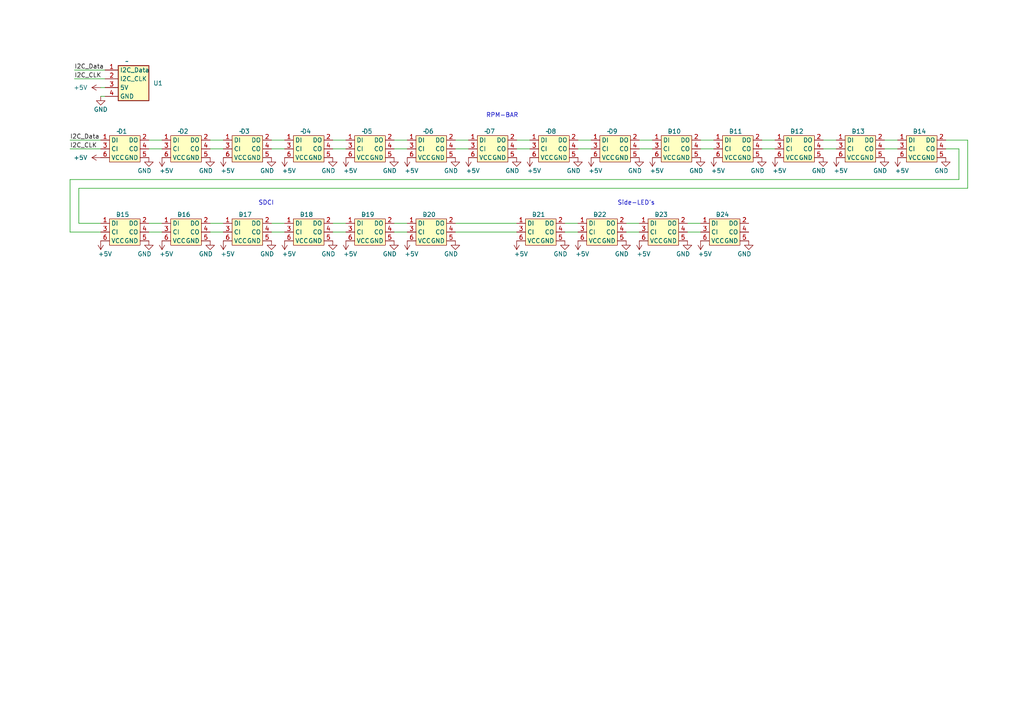
<source format=kicad_sch>
(kicad_sch (version 20230121) (generator eeschema)
  (paper "A4")
  (lib_symbols
    (symbol "Lukas:BB-2020BGR-TRB"
      (property "Reference" "D" (at 0 0 0))
      (symbol "BB-2020BGR-TRB_1_1"
        (rectangle (start -3.81 -1.27) (end 5.08 -8.89) (fill (type background)))
        (pin input line (at -6.35 -2.54 0) (length 2.54) (name "DI") (number "1"))
        (pin input line (at 7.62 -2.54 180) (length 2.54) (name "DO") (number "2"))
        (pin input line (at -6.35 -5.08 0) (length 2.54) (name "CI") (number "3"))
        (pin input line (at 7.62 -5.08 180) (length 2.54) (name "CO") (number "4"))
        (pin input line (at 7.62 -7.62 180) (length 2.54) (name "GND") (number "5"))
        (pin input line (at -6.35 -7.62 0) (length 2.54) (name "VCC") (number "6"))
      )
    )
    (symbol "Lukas:LED_Ring"
      (property "Reference" "U" (at 0 0 0))
      (symbol "LED_Ring_1_1"
        (rectangle (start -2.54 -1.27) (end 6.35 -11.43) (stroke (width 0.254)) (fill (type background)))
        (pin passive line (at -6.35 -2.54 0) (length 3.81) (name "I2C_Data") (number "1"))
        (pin passive line (at -6.35 -5.08 0) (length 3.81) (name "I2C_CLK") (number "2"))
        (pin passive line (at -6.35 -7.62 0) (length 3.81) (name "5V") (number "3"))
        (pin passive line (at -6.35 -10.16 0) (length 3.81) (name "GND") (number "4"))
      )
    )
    (symbol "power:+5V" (power) (pin_names (offset 0))
      (property "Value" "+5V" (at 0 3.556 0))
      (symbol "+5V_0_1"
        (polyline (pts (xy -0.762 1.27) (xy 0 2.54)))
        (polyline (pts (xy 0 0) (xy 0 2.54)))
        (polyline (pts (xy 0 2.54) (xy 0.762 1.27)))
      )
      (symbol "+5V_1_1"
        (pin power_in line (at 0 0 90) (length 0) hide (name "+5V") (number "1"))
      )
    )
    (symbol "power:GND" (power) (pin_names (offset 0))
      (property "Value" "GND" (at 0 -3.81 0))
      (symbol "GND_0_1"
        (polyline (pts (xy 0 0) (xy 0 -1.27) (xy 1.27 -1.27) (xy 0 -2.54) (xy -1.27 -1.27) (xy 0 -1.27)))
      )
      (symbol "GND_1_1"
        (pin power_in line (at 0 0 270) (length 0) hide (name "GND") (number "1"))
      )
    )
  )
  (wire (pts (xy 20.32 67.31) (xy 29.21 67.31)))
  (wire (pts (xy 114.3 67.31) (xy 118.11 67.31)))
  (wire (pts (xy 22.86 64.77) (xy 29.21 64.77)))
  (wire (pts (xy 60.96 64.77) (xy 64.77 64.77)))
  (wire (pts (xy 78.74 64.77) (xy 82.55 64.77)))
  (wire (pts (xy 60.96 40.64) (xy 64.77 40.64)))
  (wire (pts (xy 220.98 43.18) (xy 224.79 43.18)))
  (wire (pts (xy 43.18 64.77) (xy 46.99 64.77)))
  (wire (pts (xy 96.52 64.77) (xy 100.33 64.77)))
  (wire (pts (xy 60.96 67.31) (xy 64.77 67.31)))
  (wire (pts (xy 43.18 67.31) (xy 46.99 67.31)))
  (wire (pts (xy 78.74 67.31) (xy 82.55 67.31)))
  (wire (pts (xy 43.18 40.64) (xy 46.99 40.64)))
  (wire (pts (xy 29.21 25.4) (xy 30.48 25.4)))
  (wire (pts (xy 96.52 43.18) (xy 100.33 43.18)))
  (wire (pts (xy 163.83 67.31) (xy 167.64 67.31)))
  (wire (pts (xy 181.61 64.77) (xy 185.42 64.77)))
  (wire (pts (xy 149.86 40.64) (xy 153.67 40.64)))
  (wire (pts (xy 256.54 43.18) (xy 260.35 43.18)))
  (wire (pts (xy 278.13 43.18) (xy 278.13 52.07)))
  (wire (pts (xy 78.74 40.64) (xy 82.55 40.64)))
  (wire (pts (xy 114.3 40.64) (xy 118.11 40.64)))
  (wire (pts (xy 43.18 43.18) (xy 46.99 43.18)))
  (wire (pts (xy 149.86 43.18) (xy 153.67 43.18)))
  (wire (pts (xy 280.67 40.64) (xy 274.32 40.64)))
  (wire (pts (xy 29.21 27.94) (xy 30.48 27.94)))
  (wire (pts (xy 132.08 67.31) (xy 149.86 67.31)))
  (wire (pts (xy 20.32 52.07) (xy 20.32 67.31)))
  (wire (pts (xy 132.08 43.18) (xy 135.89 43.18)))
  (wire (pts (xy 20.32 40.64) (xy 29.21 40.64)))
  (wire (pts (xy 132.08 40.64) (xy 135.89 40.64)))
  (wire (pts (xy 167.64 40.64) (xy 171.45 40.64)))
  (wire (pts (xy 114.3 64.77) (xy 118.11 64.77)))
  (wire (pts (xy 167.64 43.18) (xy 171.45 43.18)))
  (wire (pts (xy 203.2 43.18) (xy 207.01 43.18)))
  (wire (pts (xy 278.13 52.07) (xy 20.32 52.07)))
  (wire (pts (xy 185.42 40.64) (xy 189.23 40.64)))
  (wire (pts (xy 220.98 40.64) (xy 224.79 40.64)))
  (wire (pts (xy 185.42 43.18) (xy 189.23 43.18)))
  (wire (pts (xy 274.32 43.18) (xy 278.13 43.18)))
  (wire (pts (xy 78.74 43.18) (xy 82.55 43.18)))
  (wire (pts (xy 199.39 67.31) (xy 203.2 67.31)))
  (wire (pts (xy 21.59 20.32) (xy 30.48 20.32)))
  (wire (pts (xy 21.59 22.86) (xy 30.48 22.86)))
  (wire (pts (xy 163.83 64.77) (xy 167.64 64.77)))
  (wire (pts (xy 132.08 64.77) (xy 149.86 64.77)))
  (wire (pts (xy 238.76 40.64) (xy 242.57 40.64)))
  (wire (pts (xy 96.52 40.64) (xy 100.33 40.64)))
  (wire (pts (xy 96.52 67.31) (xy 100.33 67.31)))
  (wire (pts (xy 280.67 54.61) (xy 280.67 40.64)))
  (wire (pts (xy 22.86 64.77) (xy 22.86 54.61)))
  (wire (pts (xy 256.54 40.64) (xy 260.35 40.64)))
  (wire (pts (xy 114.3 43.18) (xy 118.11 43.18)))
  (wire (pts (xy 60.96 43.18) (xy 64.77 43.18)))
  (wire (pts (xy 199.39 64.77) (xy 203.2 64.77)))
  (wire (pts (xy 20.32 43.18) (xy 29.21 43.18)))
  (wire (pts (xy 238.76 43.18) (xy 242.57 43.18)))
  (wire (pts (xy 203.2 40.64) (xy 207.01 40.64)))
  (wire (pts (xy 22.86 54.61) (xy 280.67 54.61)))
  (wire (pts (xy 181.61 67.31) (xy 185.42 67.31)))
  (text "Side-LED's" (at 179.07 59.69 0) (effects (font (size 1.27 1.27)) (justify left bottom)))
  (text "SDCI" (at 74.93 59.69 0) (effects (font (size 1.27 1.27)) (justify left bottom)))
  (text "RPM-BAR" (at 140.97 34.29 0) (effects (font (size 1.27 1.27)) (justify left bottom)))
  (label "I2C_Data" (at 20.32 40.64 0))
  (label "I2C_CLK" (at 20.32 43.18 0))
  (label "I2C_CLK" (at 21.59 22.86 0))
  (label "I2C_Data" (at 21.59 20.32 0))
  (symbol (lib_id "power:GND") (at 163.83 69.85 0) (unit 1)
    (property "Reference" "#PWR044" (effects hide))
    (property "Value" "GND" (at 162.56 73.66 0))
  )
  (symbol (lib_id "power:+5V") (at 171.45 45.72 180) (unit 1)
    (property "Reference" "#PWR019" (effects hide))
    (property "Value" "+5V" (at 172.72 49.53 0))
  )
  (symbol (lib_id "power:+5V") (at 207.01 45.72 180) (unit 1)
    (property "Reference" "#PWR023" (effects hide))
    (property "Value" "+5V" (at 208.28 49.53 0))
  )
  (symbol (lib_id "Lukas:BB-2020BGR-TRB") (at 177.8 38.1 0) (unit 1)
    (property "Reference" "D9" (at 177.8 38.1 0))
    (property "Value" "~" (at 176.53 38.1 0))
    (property "Footprint" "Lukas:BB-2020BGR-TRB" (effects hide))
  )
  (symbol (lib_id "Lukas:BB-2020BGR-TRB") (at 213.36 38.1 0) (unit 1)
    (property "Reference" "D11" (at 213.36 38.1 0))
    (property "Value" "~" (at 212.09 38.1 0))
    (property "Footprint" "Lukas:BB-2020BGR-TRB" (effects hide))
  )
  (symbol (lib_id "power:GND") (at 167.64 45.72 0) (unit 1)
    (property "Reference" "#PWR018" (effects hide))
    (property "Value" "GND" (at 166.37 49.53 0))
  )
  (symbol (lib_id "power:+5V") (at 242.57 45.72 180) (unit 1)
    (property "Reference" "#PWR027" (effects hide))
    (property "Value" "+5V" (at 243.84 49.53 0))
  )
  (symbol (lib_id "power:GND") (at 199.39 69.85 0) (unit 1)
    (property "Reference" "#PWR048" (effects hide))
    (property "Value" "GND" (at 198.12 73.66 0))
  )
  (symbol (lib_id "power:GND") (at 114.3 45.72 0) (unit 1)
    (property "Reference" "#PWR012" (effects hide))
    (property "Value" "GND" (at 113.03 49.53 0))
  )
  (symbol (lib_id "Lukas:BB-2020BGR-TRB") (at 173.99 62.23 0) (unit 1)
    (property "Reference" "D22" (at 173.99 62.23 0))
    (property "Value" "~" (at 172.72 62.23 0))
    (property "Footprint" "Lukas:BB-2020BGR-TRB" (effects hide))
  )
  (symbol (lib_id "power:GND") (at 43.18 45.72 0) (unit 1)
    (property "Reference" "#PWR03" (effects hide))
    (property "Value" "GND" (at 41.91 49.53 0))
  )
  (symbol (lib_id "Lukas:BB-2020BGR-TRB") (at 106.68 38.1 0) (unit 1)
    (property "Reference" "D5" (at 106.68 38.1 0))
    (property "Value" "~" (at 105.41 38.1 0))
    (property "Footprint" "Lukas:BB-2020BGR-TRB" (effects hide))
  )
  (symbol (lib_id "power:GND") (at 149.86 45.72 0) (unit 1)
    (property "Reference" "#PWR016" (effects hide))
    (property "Value" "GND" (at 148.59 49.53 0))
  )
  (symbol (lib_id "Lukas:LED_Ring") (at 36.83 17.78 0) (unit 1)
    (property "Reference" "U1" (at 44.45 24.13 0) (effects (justify left)))
    (property "Value" "~" (at 36.83 17.78 0))
    (property "Footprint" "Lukas:LED_Ring" (effects hide))
  )
  (symbol (lib_id "power:GND") (at 43.18 69.85 0) (unit 1)
    (property "Reference" "#PWR030" (effects hide))
    (property "Value" "GND" (at 41.91 73.66 0))
  )
  (symbol (lib_id "power:+5V") (at 153.67 45.72 180) (unit 1)
    (property "Reference" "#PWR017" (effects hide))
    (property "Value" "+5V" (at 154.94 49.53 0))
  )
  (symbol (lib_id "power:GND") (at 203.2 45.72 0) (unit 1)
    (property "Reference" "#PWR022" (effects hide))
    (property "Value" "GND" (at 201.93 49.53 0))
  )
  (symbol (lib_id "power:+5V") (at 100.33 45.72 180) (unit 1)
    (property "Reference" "#PWR011" (effects hide))
    (property "Value" "+5V" (at 101.6 49.53 0))
  )
  (symbol (lib_id "power:+5V") (at 224.79 45.72 180) (unit 1)
    (property "Reference" "#PWR025" (effects hide))
    (property "Value" "+5V" (at 226.06 49.53 0))
  )
  (symbol (lib_id "power:+5V") (at 82.55 45.72 180) (unit 1)
    (property "Reference" "#PWR09" (effects hide))
    (property "Value" "+5V" (at 83.82 49.53 0))
  )
  (symbol (lib_id "power:GND") (at 60.96 69.85 0) (unit 1)
    (property "Reference" "#PWR034" (effects hide))
    (property "Value" "GND" (at 59.69 73.66 0))
  )
  (symbol (lib_id "Lukas:BB-2020BGR-TRB") (at 53.34 38.1 0) (unit 1)
    (property "Reference" "D2" (at 53.34 38.1 0))
    (property "Value" "~" (at 52.07 38.1 0))
    (property "Footprint" "Lukas:BB-2020BGR-TRB" (effects hide))
  )
  (symbol (lib_id "Lukas:BB-2020BGR-TRB") (at 266.7 38.1 0) (unit 1)
    (property "Reference" "D14" (at 266.7 38.1 0))
    (property "Value" "~" (at 265.43 38.1 0))
    (property "Footprint" "Lukas:BB-2020BGR-TRB" (effects hide))
  )
  (symbol (lib_id "power:+5V") (at 149.86 69.85 180) (unit 1)
    (property "Reference" "#PWR043" (effects hide))
    (property "Value" "+5V" (at 151.13 73.66 0))
  )
  (symbol (lib_id "Lukas:BB-2020BGR-TRB") (at 195.58 38.1 0) (unit 1)
    (property "Reference" "D10" (at 195.58 38.1 0))
    (property "Value" "~" (at 194.31 38.1 0))
    (property "Footprint" "Lukas:BB-2020BGR-TRB" (effects hide))
  )
  (symbol (lib_id "power:+5V") (at 29.21 45.72 90) (unit 1)
    (property "Reference" "#PWR04" (effects hide))
    (property "Value" "+5V" (at 25.4 45.72 90) (effects (justify left)))
  )
  (symbol (lib_id "power:GND") (at 185.42 45.72 0) (unit 1)
    (property "Reference" "#PWR020" (effects hide))
    (property "Value" "GND" (at 184.15 49.53 0))
  )
  (symbol (lib_id "Lukas:BB-2020BGR-TRB") (at 248.92 38.1 0) (unit 1)
    (property "Reference" "D13" (at 248.92 38.1 0))
    (property "Value" "~" (at 247.65 38.1 0))
    (property "Footprint" "Lukas:BB-2020BGR-TRB" (effects hide))
  )
  (symbol (lib_id "power:+5V") (at 118.11 69.85 180) (unit 1)
    (property "Reference" "#PWR041" (effects hide))
    (property "Value" "+5V" (at 119.38 73.66 0))
  )
  (symbol (lib_id "power:GND") (at 96.52 45.72 0) (unit 1)
    (property "Reference" "#PWR010" (effects hide))
    (property "Value" "GND" (at 95.25 49.53 0))
  )
  (symbol (lib_id "power:GND") (at 132.08 69.85 0) (unit 1)
    (property "Reference" "#PWR042" (effects hide))
    (property "Value" "GND" (at 130.81 73.66 0))
  )
  (symbol (lib_id "power:GND") (at 96.52 69.85 0) (unit 1)
    (property "Reference" "#PWR038" (effects hide))
    (property "Value" "GND" (at 95.25 73.66 0))
  )
  (symbol (lib_id "Lukas:BB-2020BGR-TRB") (at 231.14 38.1 0) (unit 1)
    (property "Reference" "D12" (at 231.14 38.1 0))
    (property "Value" "~" (at 229.87 38.1 0))
    (property "Footprint" "Lukas:BB-2020BGR-TRB" (effects hide))
  )
  (symbol (lib_id "power:GND") (at 114.3 69.85 0) (unit 1)
    (property "Reference" "#PWR040" (effects hide))
    (property "Value" "GND" (at 113.03 73.66 0))
  )
  (symbol (lib_id "power:+5V") (at 29.21 69.85 180) (unit 1)
    (property "Reference" "#PWR031" (effects hide))
    (property "Value" "+5V" (at 30.48 73.66 0))
  )
  (symbol (lib_id "Lukas:BB-2020BGR-TRB") (at 35.56 38.1 0) (unit 1)
    (property "Reference" "D1" (at 35.56 38.1 0))
    (property "Value" "~" (at 34.29 38.1 0))
    (property "Footprint" "Lukas:BB-2020BGR-TRB" (effects hide))
  )
  (symbol (lib_id "Lukas:BB-2020BGR-TRB") (at 71.12 62.23 0) (unit 1)
    (property "Reference" "D17" (at 71.12 62.23 0))
    (property "Value" "~" (at 69.85 62.23 0))
    (property "Footprint" "Lukas:BB-2020BGR-TRB" (effects hide))
  )
  (symbol (lib_id "power:GND") (at 132.08 45.72 0) (unit 1)
    (property "Reference" "#PWR014" (effects hide))
    (property "Value" "GND" (at 130.81 49.53 0))
  )
  (symbol (lib_id "Lukas:BB-2020BGR-TRB") (at 53.34 62.23 0) (unit 1)
    (property "Reference" "D16" (at 53.34 62.23 0))
    (property "Value" "~" (at 52.07 62.23 0))
    (property "Footprint" "Lukas:BB-2020BGR-TRB" (effects hide))
  )
  (symbol (lib_id "power:+5V") (at 185.42 69.85 180) (unit 1)
    (property "Reference" "#PWR047" (effects hide))
    (property "Value" "+5V" (at 186.69 73.66 0))
  )
  (symbol (lib_id "power:+5V") (at 29.21 25.4 90) (unit 1)
    (property "Reference" "#PWR01" (effects hide))
    (property "Value" "+5V" (at 25.4 25.4 90) (effects (justify left)))
  )
  (symbol (lib_id "power:GND") (at 181.61 69.85 0) (unit 1)
    (property "Reference" "#PWR046" (effects hide))
    (property "Value" "GND" (at 180.34 73.66 0))
  )
  (symbol (lib_id "power:+5V") (at 82.55 69.85 180) (unit 1)
    (property "Reference" "#PWR037" (effects hide))
    (property "Value" "+5V" (at 83.82 73.66 0))
  )
  (symbol (lib_id "power:+5V") (at 118.11 45.72 180) (unit 1)
    (property "Reference" "#PWR013" (effects hide))
    (property "Value" "+5V" (at 119.38 49.53 0))
  )
  (symbol (lib_id "power:GND") (at 274.32 45.72 0) (unit 1)
    (property "Reference" "#PWR032" (effects hide))
    (property "Value" "GND" (at 273.05 49.53 0))
  )
  (symbol (lib_id "power:+5V") (at 135.89 45.72 180) (unit 1)
    (property "Reference" "#PWR015" (effects hide))
    (property "Value" "+5V" (at 137.16 49.53 0))
  )
  (symbol (lib_id "Lukas:BB-2020BGR-TRB") (at 71.12 38.1 0) (unit 1)
    (property "Reference" "D3" (at 71.12 38.1 0))
    (property "Value" "~" (at 69.85 38.1 0))
    (property "Footprint" "Lukas:BB-2020BGR-TRB" (effects hide))
  )
  (symbol (lib_id "power:+5V") (at 100.33 69.85 180) (unit 1)
    (property "Reference" "#PWR039" (effects hide))
    (property "Value" "+5V" (at 101.6 73.66 0))
  )
  (symbol (lib_id "power:+5V") (at 189.23 45.72 180) (unit 1)
    (property "Reference" "#PWR021" (effects hide))
    (property "Value" "+5V" (at 190.5 49.53 0))
  )
  (symbol (lib_id "power:+5V") (at 46.99 45.72 180) (unit 1)
    (property "Reference" "#PWR05" (effects hide))
    (property "Value" "+5V" (at 48.26 49.53 0))
  )
  (symbol (lib_id "Lukas:BB-2020BGR-TRB") (at 35.56 62.23 0) (unit 1)
    (property "Reference" "D15" (at 35.56 62.23 0))
    (property "Value" "~" (at 34.29 62.23 0))
    (property "Footprint" "Lukas:BB-2020BGR-TRB" (effects hide))
  )
  (symbol (lib_id "power:+5V") (at 260.35 45.72 180) (unit 1)
    (property "Reference" "#PWR029" (effects hide))
    (property "Value" "+5V" (at 261.62 49.53 0))
  )
  (symbol (lib_id "power:GND") (at 78.74 45.72 0) (unit 1)
    (property "Reference" "#PWR08" (effects hide))
    (property "Value" "GND" (at 77.47 49.53 0))
  )
  (symbol (lib_id "Lukas:BB-2020BGR-TRB") (at 209.55 62.23 0) (unit 1)
    (property "Reference" "D24" (at 209.55 62.23 0))
    (property "Value" "~" (at 208.28 62.23 0))
    (property "Footprint" "Lukas:BB-2020BGR-TRB" (effects hide))
  )
  (symbol (lib_id "power:+5V") (at 167.64 69.85 180) (unit 1)
    (property "Reference" "#PWR045" (effects hide))
    (property "Value" "+5V" (at 168.91 73.66 0))
  )
  (symbol (lib_id "power:GND") (at 60.96 45.72 0) (unit 1)
    (property "Reference" "#PWR06" (effects hide))
    (property "Value" "GND" (at 59.69 49.53 0))
  )
  (symbol (lib_id "power:GND") (at 29.21 27.94 0) (unit 1)
    (property "Reference" "#PWR051" (effects hide))
    (property "Value" "GND" (at 29.21 31.75 0))
  )
  (symbol (lib_id "Lukas:BB-2020BGR-TRB") (at 156.21 62.23 0) (unit 1)
    (property "Reference" "D21" (at 156.21 62.23 0))
    (property "Value" "~" (at 154.94 62.23 0))
    (property "Footprint" "Lukas:BB-2020BGR-TRB" (effects hide))
  )
  (symbol (lib_id "power:GND") (at 217.17 69.85 0) (unit 1)
    (property "Reference" "#PWR050" (effects hide))
    (property "Value" "GND" (at 215.9 73.66 0))
  )
  (symbol (lib_id "Lukas:BB-2020BGR-TRB") (at 124.46 38.1 0) (unit 1)
    (property "Reference" "D6" (at 124.46 38.1 0))
    (property "Value" "~" (at 123.19 38.1 0))
    (property "Footprint" "Lukas:BB-2020BGR-TRB" (effects hide))
  )
  (symbol (lib_id "power:GND") (at 220.98 45.72 0) (unit 1)
    (property "Reference" "#PWR024" (effects hide))
    (property "Value" "GND" (at 219.71 49.53 0))
  )
  (symbol (lib_id "power:+5V") (at 64.77 45.72 180) (unit 1)
    (property "Reference" "#PWR07" (effects hide))
    (property "Value" "+5V" (at 66.04 49.53 0))
  )
  (symbol (lib_id "power:+5V") (at 203.2 69.85 180) (unit 1)
    (property "Reference" "#PWR049" (effects hide))
    (property "Value" "+5V" (at 204.47 73.66 0))
  )
  (symbol (lib_id "Lukas:BB-2020BGR-TRB") (at 124.46 62.23 0) (unit 1)
    (property "Reference" "D20" (at 124.46 62.23 0))
    (property "Value" "~" (at 123.19 62.23 0))
    (property "Footprint" "Lukas:BB-2020BGR-TRB" (effects hide))
  )
  (symbol (lib_id "power:GND") (at 238.76 45.72 0) (unit 1)
    (property "Reference" "#PWR026" (effects hide))
    (property "Value" "GND" (at 237.49 49.53 0))
  )
  (symbol (lib_id "power:+5V") (at 64.77 69.85 180) (unit 1)
    (property "Reference" "#PWR035" (effects hide))
    (property "Value" "+5V" (at 66.04 73.66 0))
  )
  (symbol (lib_id "power:+5V") (at 46.99 69.85 180) (unit 1)
    (property "Reference" "#PWR033" (effects hide))
    (property "Value" "+5V" (at 48.26 73.66 0))
  )
  (symbol (lib_id "power:GND") (at 256.54 45.72 0) (unit 1)
    (property "Reference" "#PWR028" (effects hide))
    (property "Value" "GND" (at 255.27 49.53 0))
  )
  (symbol (lib_id "Lukas:BB-2020BGR-TRB") (at 191.77 62.23 0) (unit 1)
    (property "Reference" "D23" (at 191.77 62.23 0))
    (property "Value" "~" (at 190.5 62.23 0))
    (property "Footprint" "Lukas:BB-2020BGR-TRB" (effects hide))
  )
  (symbol (lib_id "Lukas:BB-2020BGR-TRB") (at 88.9 62.23 0) (unit 1)
    (property "Reference" "D18" (at 88.9 62.23 0))
    (property "Value" "~" (at 87.63 62.23 0))
    (property "Footprint" "Lukas:BB-2020BGR-TRB" (effects hide))
  )
  (symbol (lib_id "power:GND") (at 78.74 69.85 0) (unit 1)
    (property "Reference" "#PWR036" (effects hide))
    (property "Value" "GND" (at 77.47 73.66 0))
  )
  (symbol (lib_id "Lukas:BB-2020BGR-TRB") (at 106.68 62.23 0) (unit 1)
    (property "Reference" "D19" (at 106.68 62.23 0))
    (property "Value" "~" (at 105.41 62.23 0))
    (property "Footprint" "Lukas:BB-2020BGR-TRB" (effects hide))
  )
  (symbol (lib_id "Lukas:BB-2020BGR-TRB") (at 88.9 38.1 0) (unit 1)
    (property "Reference" "D4" (at 88.9 38.1 0))
    (property "Value" "~" (at 87.63 38.1 0))
    (property "Footprint" "Lukas:BB-2020BGR-TRB" (effects hide))
  )
  (symbol (lib_id "Lukas:BB-2020BGR-TRB") (at 142.24 38.1 0) (unit 1)
    (property "Reference" "D7" (at 142.24 38.1 0))
    (property "Value" "~" (at 140.97 38.1 0))
    (property "Footprint" "Lukas:BB-2020BGR-TRB" (effects hide))
  )
  (symbol (lib_id "Lukas:BB-2020BGR-TRB") (at 160.02 38.1 0) (unit 1)
    (property "Reference" "D8" (at 160.02 38.1 0))
    (property "Value" "~" (at 158.75 38.1 0))
    (property "Footprint" "Lukas:BB-2020BGR-TRB" (effects hide))
  )
)
</source>
